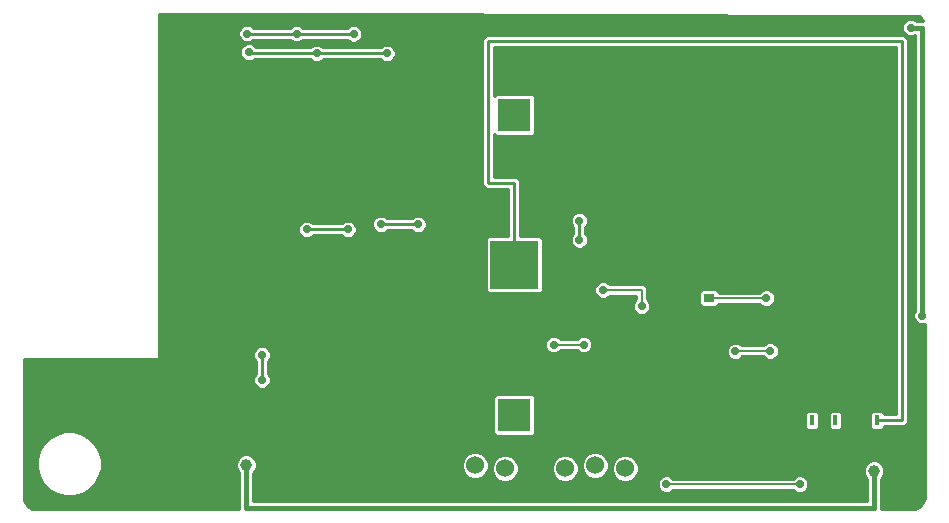
<source format=gbl>
G75*
%MOIN*%
%OFA0B0*%
%FSLAX25Y25*%
%IPPOS*%
%LPD*%
%AMOC8*
5,1,8,0,0,1.08239X$1,22.5*
%
%ADD10R,0.10950X0.10950*%
%ADD11R,0.16000X0.16000*%
%ADD12C,0.06000*%
%ADD13R,0.03543X0.02756*%
%ADD14R,0.01575X0.03543*%
%ADD15C,0.00700*%
%ADD16C,0.02800*%
%ADD17C,0.03962*%
%ADD18C,0.03569*%
%ADD19C,0.01000*%
%ADD20C,0.01600*%
D10*
X0168400Y0036300D03*
X0168400Y0136300D03*
D11*
X0168400Y0086300D03*
D12*
X0155300Y0019500D03*
X0165300Y0018500D03*
X0175300Y0019500D03*
X0185300Y0018500D03*
X0195300Y0019500D03*
X0205300Y0018500D03*
D13*
X0233400Y0080359D03*
X0233400Y0075241D03*
D14*
X0267573Y0034449D03*
X0275447Y0034449D03*
X0281353Y0034449D03*
X0289227Y0034449D03*
D15*
X0233400Y0075241D02*
X0249200Y0075141D01*
X0252400Y0075200D01*
X0263500Y0013200D02*
X0219100Y0013200D01*
X0191500Y0059700D02*
X0181500Y0059700D01*
X0253700Y0057600D02*
X0242100Y0057600D01*
X0242100Y0057500D01*
X0210800Y0072500D02*
X0210800Y0077900D01*
X0198000Y0077900D01*
D16*
X0252400Y0075200D03*
X0033900Y0038500D03*
X0063900Y0039000D03*
X0079100Y0039000D03*
X0119000Y0038300D03*
X0088700Y0038900D03*
X0054900Y0146500D03*
X0119200Y0120700D03*
X0244600Y0093100D03*
X0266500Y0099900D03*
X0074300Y0121900D03*
X0182300Y0094000D03*
X0201600Y0093900D03*
X0209500Y0148900D03*
X0260000Y0115300D03*
X0219400Y0118500D03*
X0231800Y0118500D03*
X0131300Y0067700D03*
X0171500Y0056900D03*
X0268600Y0130200D03*
X0212700Y0026100D03*
X0191500Y0043400D03*
X0294300Y0047500D03*
X0296000Y0020700D03*
X0247200Y0040900D03*
X0270300Y0060600D03*
X0232900Y0066300D03*
X0084300Y0056300D03*
X0084300Y0047900D03*
X0263500Y0013200D03*
X0219100Y0013200D03*
X0099200Y0098100D03*
X0112900Y0098100D03*
X0136300Y0099800D03*
X0123900Y0099800D03*
X0079900Y0157200D03*
X0126000Y0156759D03*
X0102500Y0156759D03*
X0079300Y0163400D03*
X0095800Y0163400D03*
X0114800Y0163300D03*
X0190100Y0094600D03*
X0190100Y0101000D03*
X0191500Y0059700D03*
X0181500Y0059700D03*
X0304300Y0069400D03*
X0300500Y0165400D03*
X0242100Y0057500D03*
X0253700Y0057600D03*
X0210800Y0072500D03*
X0198000Y0077900D03*
D17*
X0271500Y0042500D03*
X0155400Y0078100D03*
X0155800Y0063100D03*
X0156400Y0033000D03*
X0155800Y0048100D03*
X0288300Y0017600D03*
X0079100Y0019700D03*
D18*
X0177500Y0145900D03*
D19*
X0291781Y0016908D02*
X0291781Y0018292D01*
X0291251Y0019572D01*
X0290272Y0020551D01*
X0288992Y0021081D01*
X0287608Y0021081D01*
X0286328Y0020551D01*
X0285349Y0019572D01*
X0284819Y0018292D01*
X0284819Y0016908D01*
X0285349Y0015628D01*
X0286000Y0014977D01*
X0286000Y0007600D01*
X0081300Y0007600D01*
X0081300Y0016977D01*
X0082051Y0017728D01*
X0082581Y0019008D01*
X0082581Y0020392D01*
X0082051Y0021672D01*
X0081072Y0022651D01*
X0079792Y0023181D01*
X0078408Y0023181D01*
X0077128Y0022651D01*
X0076149Y0021672D01*
X0075619Y0020392D01*
X0075619Y0019008D01*
X0076149Y0017728D01*
X0076700Y0017177D01*
X0076700Y0004976D01*
X0007756Y0004999D01*
X0006652Y0005637D01*
X0005637Y0006652D01*
X0005000Y0007754D01*
X0005000Y0055000D01*
X0050000Y0055000D01*
X0050000Y0170000D01*
X0303275Y0169405D01*
X0303348Y0169363D01*
X0304363Y0168348D01*
X0304737Y0167701D01*
X0304198Y0167700D01*
X0302301Y0167700D01*
X0302143Y0167858D01*
X0301077Y0168300D01*
X0299923Y0168300D01*
X0298857Y0167858D01*
X0298041Y0167043D01*
X0297600Y0165977D01*
X0297600Y0164823D01*
X0298041Y0163757D01*
X0298857Y0162941D01*
X0299923Y0162500D01*
X0301077Y0162500D01*
X0301903Y0162842D01*
X0301998Y0071199D01*
X0301841Y0071043D01*
X0301400Y0069977D01*
X0301400Y0068823D01*
X0301841Y0067757D01*
X0302657Y0066941D01*
X0303723Y0066500D01*
X0304877Y0066500D01*
X0305413Y0066722D01*
X0305307Y0008737D01*
X0305081Y0007895D01*
X0304363Y0006652D01*
X0303348Y0005637D01*
X0302105Y0004919D01*
X0302039Y0004901D01*
X0290600Y0004905D01*
X0290600Y0014977D01*
X0291251Y0015628D01*
X0291781Y0016908D01*
X0213700Y0071923D02*
X0213700Y0073077D01*
X0213258Y0074143D01*
X0212650Y0074751D01*
X0212650Y0078666D01*
X0211566Y0079750D01*
X0200251Y0079750D01*
X0199643Y0080358D01*
X0198577Y0080800D01*
X0197423Y0080800D01*
X0196357Y0080358D01*
X0195541Y0079543D01*
X0195100Y0078477D01*
X0195100Y0077323D01*
X0195541Y0076257D01*
X0196357Y0075441D01*
X0197423Y0075000D01*
X0198577Y0075000D01*
X0199643Y0075441D01*
X0200251Y0076050D01*
X0208950Y0076050D01*
X0208950Y0074751D01*
X0208341Y0074143D01*
X0207900Y0073077D01*
X0207900Y0071923D01*
X0208341Y0070857D01*
X0209157Y0070041D01*
X0210223Y0069600D01*
X0211377Y0069600D01*
X0212443Y0070041D01*
X0213258Y0070857D01*
X0213700Y0071923D01*
X0256600Y0057023D02*
X0256600Y0058177D01*
X0256158Y0059243D01*
X0255343Y0060058D01*
X0254277Y0060500D01*
X0253123Y0060500D01*
X0252057Y0060058D01*
X0251449Y0059450D01*
X0244251Y0059450D01*
X0243743Y0059958D01*
X0242677Y0060400D01*
X0241523Y0060400D01*
X0240457Y0059958D01*
X0239641Y0059143D01*
X0239200Y0058077D01*
X0239200Y0056923D01*
X0239641Y0055857D01*
X0240457Y0055041D01*
X0241523Y0054600D01*
X0242677Y0054600D01*
X0243743Y0055041D01*
X0244451Y0055750D01*
X0251449Y0055750D01*
X0252057Y0055141D01*
X0253123Y0054700D01*
X0254277Y0054700D01*
X0255343Y0055141D01*
X0256158Y0055957D01*
X0256600Y0057023D01*
X0098001Y0165300D02*
X0097443Y0165858D01*
X0096377Y0166300D01*
X0095223Y0166300D01*
X0094157Y0165858D01*
X0093699Y0165400D01*
X0081401Y0165400D01*
X0080943Y0165858D01*
X0079877Y0166300D01*
X0078723Y0166300D01*
X0077657Y0165858D01*
X0076841Y0165043D01*
X0076400Y0163977D01*
X0076400Y0162823D01*
X0076841Y0161757D01*
X0077657Y0160941D01*
X0078723Y0160500D01*
X0079877Y0160500D01*
X0080943Y0160941D01*
X0081401Y0161400D01*
X0093699Y0161400D01*
X0094157Y0160941D01*
X0095223Y0160500D01*
X0096377Y0160500D01*
X0097443Y0160941D01*
X0097801Y0161300D01*
X0112699Y0161300D01*
X0113157Y0160841D01*
X0114223Y0160400D01*
X0115377Y0160400D01*
X0116443Y0160841D01*
X0117258Y0161657D01*
X0117700Y0162723D01*
X0117700Y0163877D01*
X0117258Y0164943D01*
X0116443Y0165758D01*
X0115377Y0166200D01*
X0114223Y0166200D01*
X0113157Y0165758D01*
X0112699Y0165300D01*
X0098001Y0165300D01*
X0086300Y0054199D02*
X0086758Y0054657D01*
X0087200Y0055723D01*
X0087200Y0056877D01*
X0086758Y0057943D01*
X0085943Y0058758D01*
X0084877Y0059200D01*
X0083723Y0059200D01*
X0082657Y0058758D01*
X0081841Y0057943D01*
X0081400Y0056877D01*
X0081400Y0055723D01*
X0081841Y0054657D01*
X0082300Y0054199D01*
X0082300Y0050001D01*
X0081841Y0049543D01*
X0081400Y0048477D01*
X0081400Y0047323D01*
X0081841Y0046257D01*
X0082657Y0045441D01*
X0083723Y0045000D01*
X0084877Y0045000D01*
X0085943Y0045441D01*
X0086758Y0046257D01*
X0087200Y0047323D01*
X0087200Y0048477D01*
X0086758Y0049543D01*
X0086300Y0050001D01*
X0086300Y0054199D01*
X0030799Y0018578D02*
X0030799Y0021422D01*
X0030063Y0024168D01*
X0028642Y0026631D01*
X0026631Y0028642D01*
X0024168Y0030063D01*
X0021422Y0030799D01*
X0018578Y0030799D01*
X0015832Y0030063D01*
X0013369Y0028642D01*
X0011358Y0026631D01*
X0009937Y0024168D01*
X0009201Y0021422D01*
X0009201Y0018578D01*
X0009937Y0015832D01*
X0011358Y0013369D01*
X0013369Y0011358D01*
X0015832Y0009937D01*
X0018578Y0009201D01*
X0021422Y0009201D01*
X0024168Y0009937D01*
X0026631Y0011358D01*
X0028642Y0013369D01*
X0030063Y0015832D01*
X0030799Y0018578D01*
X0174496Y0043275D02*
X0162304Y0043275D01*
X0161425Y0042396D01*
X0161425Y0030204D01*
X0162304Y0029325D01*
X0174496Y0029325D01*
X0175375Y0030204D01*
X0175375Y0042396D01*
X0174496Y0043275D01*
X0159800Y0018605D02*
X0159800Y0020395D01*
X0159115Y0022049D01*
X0157849Y0023315D01*
X0156195Y0024000D01*
X0154405Y0024000D01*
X0152751Y0023315D01*
X0151485Y0022049D01*
X0150800Y0020395D01*
X0150800Y0018605D01*
X0151485Y0016951D01*
X0152751Y0015685D01*
X0154405Y0015000D01*
X0156195Y0015000D01*
X0157849Y0015685D01*
X0159115Y0016951D01*
X0159800Y0018605D01*
X0169800Y0017605D02*
X0169800Y0019395D01*
X0169115Y0021049D01*
X0167849Y0022315D01*
X0166195Y0023000D01*
X0164405Y0023000D01*
X0162751Y0022315D01*
X0161485Y0021049D01*
X0160800Y0019395D01*
X0160800Y0017605D01*
X0161485Y0015951D01*
X0162751Y0014685D01*
X0164405Y0014000D01*
X0166195Y0014000D01*
X0167849Y0014685D01*
X0169115Y0015951D01*
X0169800Y0017605D01*
X0189800Y0017605D02*
X0189800Y0019395D01*
X0189115Y0021049D01*
X0187849Y0022315D01*
X0186195Y0023000D01*
X0184405Y0023000D01*
X0182751Y0022315D01*
X0181485Y0021049D01*
X0180800Y0019395D01*
X0180800Y0017605D01*
X0181485Y0015951D01*
X0182751Y0014685D01*
X0184405Y0014000D01*
X0186195Y0014000D01*
X0187849Y0014685D01*
X0189115Y0015951D01*
X0189800Y0017605D01*
X0199800Y0018605D02*
X0199800Y0020395D01*
X0199115Y0022049D01*
X0197849Y0023315D01*
X0196195Y0024000D01*
X0194405Y0024000D01*
X0192751Y0023315D01*
X0191485Y0022049D01*
X0190800Y0020395D01*
X0190800Y0018605D01*
X0191485Y0016951D01*
X0192751Y0015685D01*
X0194405Y0015000D01*
X0196195Y0015000D01*
X0197849Y0015685D01*
X0199115Y0016951D01*
X0199800Y0018605D01*
X0209800Y0017605D02*
X0209800Y0019395D01*
X0209115Y0021049D01*
X0207849Y0022315D01*
X0206195Y0023000D01*
X0204405Y0023000D01*
X0202751Y0022315D01*
X0201485Y0021049D01*
X0200800Y0019395D01*
X0200800Y0017605D01*
X0201485Y0015951D01*
X0202751Y0014685D01*
X0204405Y0014000D01*
X0206195Y0014000D01*
X0207849Y0014685D01*
X0209115Y0015951D01*
X0209800Y0017605D01*
X0231007Y0072363D02*
X0235793Y0072363D01*
X0236672Y0073242D01*
X0236672Y0073370D01*
X0248449Y0073296D01*
X0248468Y0073277D01*
X0249211Y0073291D01*
X0249955Y0073286D01*
X0249974Y0073305D01*
X0250190Y0073309D01*
X0250757Y0072741D01*
X0251823Y0072300D01*
X0252977Y0072300D01*
X0254043Y0072741D01*
X0254858Y0073557D01*
X0255300Y0074623D01*
X0255300Y0075777D01*
X0254858Y0076843D01*
X0254043Y0077658D01*
X0252977Y0078100D01*
X0251823Y0078100D01*
X0250757Y0077658D01*
X0250107Y0077008D01*
X0249189Y0076991D01*
X0236672Y0077070D01*
X0236672Y0077240D01*
X0235793Y0078119D01*
X0231007Y0078119D01*
X0230128Y0077240D01*
X0230128Y0073242D01*
X0231007Y0072363D01*
X0266164Y0031177D02*
X0268982Y0031177D01*
X0269861Y0032056D01*
X0269861Y0036842D01*
X0268982Y0037720D01*
X0266164Y0037720D01*
X0265286Y0036842D01*
X0265286Y0032056D01*
X0266164Y0031177D01*
X0274039Y0031177D02*
X0276856Y0031177D01*
X0277735Y0032056D01*
X0277735Y0036842D01*
X0276856Y0037720D01*
X0274039Y0037720D01*
X0273160Y0036842D01*
X0273160Y0032056D01*
X0274039Y0031177D01*
X0287818Y0031177D02*
X0290635Y0031177D01*
X0291514Y0032056D01*
X0291514Y0032449D01*
X0298428Y0032449D01*
X0299600Y0033620D01*
X0299600Y0161628D01*
X0298428Y0162800D01*
X0158872Y0162800D01*
X0157700Y0161628D01*
X0157700Y0112772D01*
X0158872Y0111600D01*
X0166400Y0111600D01*
X0166400Y0095800D01*
X0159779Y0095800D01*
X0158900Y0094921D01*
X0158900Y0077679D01*
X0159779Y0076800D01*
X0177021Y0076800D01*
X0177900Y0077679D01*
X0177900Y0094921D01*
X0177021Y0095800D01*
X0170400Y0095800D01*
X0170400Y0114428D01*
X0169228Y0115600D01*
X0161700Y0115600D01*
X0161700Y0129929D01*
X0162304Y0129325D01*
X0174496Y0129325D01*
X0175375Y0130204D01*
X0175375Y0142396D01*
X0174496Y0143275D01*
X0162304Y0143275D01*
X0161700Y0142671D01*
X0161700Y0158800D01*
X0295600Y0158800D01*
X0295600Y0036449D01*
X0291514Y0036449D01*
X0291514Y0036842D01*
X0290635Y0037720D01*
X0287818Y0037720D01*
X0286939Y0036842D01*
X0286939Y0032056D01*
X0287818Y0031177D01*
X0266400Y0012623D02*
X0266400Y0013777D01*
X0265958Y0014843D01*
X0265143Y0015658D01*
X0264077Y0016100D01*
X0262923Y0016100D01*
X0261857Y0015658D01*
X0261249Y0015050D01*
X0221351Y0015050D01*
X0220743Y0015658D01*
X0219677Y0016100D01*
X0218523Y0016100D01*
X0217457Y0015658D01*
X0216641Y0014843D01*
X0216200Y0013777D01*
X0216200Y0012623D01*
X0216641Y0011557D01*
X0217457Y0010741D01*
X0218523Y0010300D01*
X0219677Y0010300D01*
X0220743Y0010741D01*
X0221351Y0011350D01*
X0261249Y0011350D01*
X0261857Y0010741D01*
X0262923Y0010300D01*
X0264077Y0010300D01*
X0265143Y0010741D01*
X0265958Y0011557D01*
X0266400Y0012623D01*
X0101301Y0100100D02*
X0100843Y0100558D01*
X0099777Y0101000D01*
X0098623Y0101000D01*
X0097557Y0100558D01*
X0096741Y0099743D01*
X0096300Y0098677D01*
X0096300Y0097523D01*
X0096741Y0096457D01*
X0097557Y0095641D01*
X0098623Y0095200D01*
X0099777Y0095200D01*
X0100843Y0095641D01*
X0101301Y0096100D01*
X0110799Y0096100D01*
X0111257Y0095641D01*
X0112323Y0095200D01*
X0113477Y0095200D01*
X0114543Y0095641D01*
X0115358Y0096457D01*
X0115800Y0097523D01*
X0115800Y0098677D01*
X0115358Y0099743D01*
X0114543Y0100558D01*
X0113477Y0101000D01*
X0112323Y0101000D01*
X0111257Y0100558D01*
X0110799Y0100100D01*
X0101301Y0100100D01*
X0134199Y0097800D02*
X0134657Y0097341D01*
X0135723Y0096900D01*
X0136877Y0096900D01*
X0137943Y0097341D01*
X0138758Y0098157D01*
X0139200Y0099223D01*
X0139200Y0100377D01*
X0138758Y0101443D01*
X0137943Y0102258D01*
X0136877Y0102700D01*
X0135723Y0102700D01*
X0134657Y0102258D01*
X0134199Y0101800D01*
X0126001Y0101800D01*
X0125543Y0102258D01*
X0124477Y0102700D01*
X0123323Y0102700D01*
X0122257Y0102258D01*
X0121441Y0101443D01*
X0121000Y0100377D01*
X0121000Y0099223D01*
X0121441Y0098157D01*
X0122257Y0097341D01*
X0123323Y0096900D01*
X0124477Y0096900D01*
X0125543Y0097341D01*
X0126001Y0097800D01*
X0134199Y0097800D01*
X0123899Y0154759D02*
X0124357Y0154301D01*
X0125423Y0153859D01*
X0126577Y0153859D01*
X0127643Y0154301D01*
X0128458Y0155116D01*
X0128900Y0156182D01*
X0128900Y0157336D01*
X0128458Y0158402D01*
X0127643Y0159218D01*
X0126577Y0159659D01*
X0125423Y0159659D01*
X0124357Y0159218D01*
X0123899Y0158759D01*
X0104601Y0158759D01*
X0104143Y0159218D01*
X0103077Y0159659D01*
X0101923Y0159659D01*
X0100857Y0159218D01*
X0100399Y0158759D01*
X0082393Y0158759D01*
X0082358Y0158843D01*
X0081543Y0159658D01*
X0080477Y0160100D01*
X0079323Y0160100D01*
X0078257Y0159658D01*
X0077441Y0158843D01*
X0077000Y0157777D01*
X0077000Y0156623D01*
X0077441Y0155557D01*
X0078257Y0154741D01*
X0079323Y0154300D01*
X0080477Y0154300D01*
X0081543Y0154741D01*
X0081560Y0154759D01*
X0100399Y0154759D01*
X0100857Y0154301D01*
X0101923Y0153859D01*
X0103077Y0153859D01*
X0104143Y0154301D01*
X0104601Y0154759D01*
X0123899Y0154759D01*
X0188100Y0096701D02*
X0187641Y0096243D01*
X0187200Y0095177D01*
X0187200Y0094023D01*
X0187641Y0092957D01*
X0188457Y0092141D01*
X0189523Y0091700D01*
X0190677Y0091700D01*
X0191743Y0092141D01*
X0192558Y0092957D01*
X0193000Y0094023D01*
X0193000Y0095177D01*
X0192558Y0096243D01*
X0192100Y0096701D01*
X0192100Y0098899D01*
X0192558Y0099357D01*
X0193000Y0100423D01*
X0193000Y0101577D01*
X0192558Y0102643D01*
X0191743Y0103458D01*
X0190677Y0103900D01*
X0189523Y0103900D01*
X0188457Y0103458D01*
X0187641Y0102643D01*
X0187200Y0101577D01*
X0187200Y0100423D01*
X0187641Y0099357D01*
X0188100Y0098899D01*
X0188100Y0096701D01*
X0183143Y0062158D02*
X0182077Y0062600D01*
X0180923Y0062600D01*
X0179857Y0062158D01*
X0179041Y0061343D01*
X0178600Y0060277D01*
X0178600Y0059123D01*
X0179041Y0058057D01*
X0179857Y0057241D01*
X0180923Y0056800D01*
X0182077Y0056800D01*
X0183143Y0057241D01*
X0183751Y0057850D01*
X0189249Y0057850D01*
X0189857Y0057241D01*
X0190923Y0056800D01*
X0192077Y0056800D01*
X0193143Y0057241D01*
X0193958Y0058057D01*
X0194400Y0059123D01*
X0194400Y0060277D01*
X0193958Y0061343D01*
X0193143Y0062158D01*
X0192077Y0062600D01*
X0190923Y0062600D01*
X0189857Y0062158D01*
X0189249Y0061550D01*
X0183751Y0061550D01*
X0183143Y0062158D01*
X0076700Y0004993D02*
X0027338Y0004993D01*
X0290600Y0004993D02*
X0302233Y0004993D01*
X0076700Y0005991D02*
X0006297Y0005991D01*
X0290600Y0005991D02*
X0303703Y0005991D01*
X0076700Y0006990D02*
X0005442Y0006990D01*
X0290600Y0006990D02*
X0304558Y0006990D01*
X0076700Y0007988D02*
X0005000Y0007988D01*
X0081300Y0007988D02*
X0286000Y0007988D01*
X0290600Y0007988D02*
X0305106Y0007988D01*
X0076700Y0008987D02*
X0005000Y0008987D01*
X0081300Y0008987D02*
X0286000Y0008987D01*
X0290600Y0008987D02*
X0305307Y0008987D01*
X0015748Y0009985D02*
X0005000Y0009985D01*
X0024252Y0009985D02*
X0076700Y0009985D01*
X0081300Y0009985D02*
X0286000Y0009985D01*
X0290600Y0009985D02*
X0305309Y0009985D01*
X0014018Y0010984D02*
X0005000Y0010984D01*
X0025982Y0010984D02*
X0076700Y0010984D01*
X0081300Y0010984D02*
X0217215Y0010984D01*
X0220985Y0010984D02*
X0261615Y0010984D01*
X0265385Y0010984D02*
X0286000Y0010984D01*
X0290600Y0010984D02*
X0305311Y0010984D01*
X0012745Y0011982D02*
X0005000Y0011982D01*
X0027255Y0011982D02*
X0076700Y0011982D01*
X0081300Y0011982D02*
X0216466Y0011982D01*
X0266134Y0011982D02*
X0286000Y0011982D01*
X0290600Y0011982D02*
X0305313Y0011982D01*
X0011747Y0012981D02*
X0005000Y0012981D01*
X0028253Y0012981D02*
X0076700Y0012981D01*
X0081300Y0012981D02*
X0216200Y0012981D01*
X0266400Y0012981D02*
X0286000Y0012981D01*
X0290600Y0012981D02*
X0305315Y0012981D01*
X0011006Y0013979D02*
X0005000Y0013979D01*
X0028994Y0013979D02*
X0076700Y0013979D01*
X0081300Y0013979D02*
X0216284Y0013979D01*
X0266316Y0013979D02*
X0286000Y0013979D01*
X0290600Y0013979D02*
X0305317Y0013979D01*
X0010430Y0014978D02*
X0005000Y0014978D01*
X0029570Y0014978D02*
X0076700Y0014978D01*
X0081300Y0014978D02*
X0162458Y0014978D01*
X0168142Y0014978D02*
X0182458Y0014978D01*
X0188142Y0014978D02*
X0202458Y0014978D01*
X0208142Y0014978D02*
X0216776Y0014978D01*
X0265824Y0014978D02*
X0285999Y0014978D01*
X0290601Y0014978D02*
X0305318Y0014978D01*
X0009898Y0015976D02*
X0005000Y0015976D01*
X0030102Y0015976D02*
X0076700Y0015976D01*
X0081300Y0015976D02*
X0152460Y0015976D01*
X0158140Y0015976D02*
X0161475Y0015976D01*
X0169125Y0015976D02*
X0181475Y0015976D01*
X0189125Y0015976D02*
X0192460Y0015976D01*
X0198140Y0015976D02*
X0201475Y0015976D01*
X0209125Y0015976D02*
X0218224Y0015976D01*
X0219976Y0015976D02*
X0262624Y0015976D01*
X0264376Y0015976D02*
X0285205Y0015976D01*
X0291395Y0015976D02*
X0305320Y0015976D01*
X0009630Y0016975D02*
X0005000Y0016975D01*
X0030370Y0016975D02*
X0076700Y0016975D01*
X0081300Y0016975D02*
X0151475Y0016975D01*
X0159125Y0016975D02*
X0161061Y0016975D01*
X0169539Y0016975D02*
X0181061Y0016975D01*
X0189539Y0016975D02*
X0191475Y0016975D01*
X0199125Y0016975D02*
X0201061Y0016975D01*
X0209539Y0016975D02*
X0284819Y0016975D01*
X0291781Y0016975D02*
X0305322Y0016975D01*
X0009363Y0017973D02*
X0005000Y0017973D01*
X0030637Y0017973D02*
X0076047Y0017973D01*
X0082153Y0017973D02*
X0151062Y0017973D01*
X0159538Y0017973D02*
X0160800Y0017973D01*
X0169800Y0017973D02*
X0180800Y0017973D01*
X0189800Y0017973D02*
X0191062Y0017973D01*
X0199538Y0017973D02*
X0200800Y0017973D01*
X0209800Y0017973D02*
X0284819Y0017973D01*
X0291781Y0017973D02*
X0305324Y0017973D01*
X0009201Y0018972D02*
X0005000Y0018972D01*
X0030799Y0018972D02*
X0075634Y0018972D01*
X0082566Y0018972D02*
X0150800Y0018972D01*
X0159800Y0018972D02*
X0160800Y0018972D01*
X0169800Y0018972D02*
X0180800Y0018972D01*
X0189800Y0018972D02*
X0190800Y0018972D01*
X0199800Y0018972D02*
X0200800Y0018972D01*
X0209800Y0018972D02*
X0285100Y0018972D01*
X0291500Y0018972D02*
X0305326Y0018972D01*
X0009201Y0019970D02*
X0005000Y0019970D01*
X0030799Y0019970D02*
X0075619Y0019970D01*
X0082581Y0019970D02*
X0150800Y0019970D01*
X0159800Y0019970D02*
X0161038Y0019970D01*
X0169562Y0019970D02*
X0181038Y0019970D01*
X0189562Y0019970D02*
X0190800Y0019970D01*
X0199800Y0019970D02*
X0201038Y0019970D01*
X0209562Y0019970D02*
X0285747Y0019970D01*
X0290853Y0019970D02*
X0305327Y0019970D01*
X0009201Y0020969D02*
X0005000Y0020969D01*
X0030799Y0020969D02*
X0075858Y0020969D01*
X0082342Y0020969D02*
X0151038Y0020969D01*
X0159562Y0020969D02*
X0161452Y0020969D01*
X0169148Y0020969D02*
X0181452Y0020969D01*
X0189148Y0020969D02*
X0191038Y0020969D01*
X0199562Y0020969D02*
X0201452Y0020969D01*
X0209148Y0020969D02*
X0287336Y0020969D01*
X0289264Y0020969D02*
X0305329Y0020969D01*
X0009347Y0021967D02*
X0005000Y0021967D01*
X0030653Y0021967D02*
X0076444Y0021967D01*
X0081756Y0021967D02*
X0151451Y0021967D01*
X0159149Y0021967D02*
X0162403Y0021967D01*
X0168197Y0021967D02*
X0182403Y0021967D01*
X0188197Y0021967D02*
X0191451Y0021967D01*
X0199149Y0021967D02*
X0202403Y0021967D01*
X0208197Y0021967D02*
X0305331Y0021967D01*
X0009615Y0022966D02*
X0005000Y0022966D01*
X0030385Y0022966D02*
X0077888Y0022966D01*
X0080312Y0022966D02*
X0152402Y0022966D01*
X0158198Y0022966D02*
X0164322Y0022966D01*
X0166278Y0022966D02*
X0184322Y0022966D01*
X0186278Y0022966D02*
X0192402Y0022966D01*
X0198198Y0022966D02*
X0204322Y0022966D01*
X0206278Y0022966D02*
X0305333Y0022966D01*
X0009882Y0023964D02*
X0005000Y0023964D01*
X0030118Y0023964D02*
X0154319Y0023964D01*
X0156281Y0023964D02*
X0194319Y0023964D01*
X0196281Y0023964D02*
X0305335Y0023964D01*
X0010395Y0024963D02*
X0005000Y0024963D01*
X0029605Y0024963D02*
X0305337Y0024963D01*
X0010972Y0025961D02*
X0005000Y0025961D01*
X0029028Y0025961D02*
X0305338Y0025961D01*
X0011687Y0026960D02*
X0005000Y0026960D01*
X0028313Y0026960D02*
X0305340Y0026960D01*
X0012686Y0027958D02*
X0005000Y0027958D01*
X0027314Y0027958D02*
X0305342Y0027958D01*
X0013915Y0028957D02*
X0005000Y0028957D01*
X0026085Y0028957D02*
X0305344Y0028957D01*
X0015645Y0029955D02*
X0005000Y0029955D01*
X0024355Y0029955D02*
X0161673Y0029955D01*
X0175127Y0029955D02*
X0305346Y0029955D01*
X0161425Y0030954D02*
X0005000Y0030954D01*
X0175375Y0030954D02*
X0305348Y0030954D01*
X0161425Y0031952D02*
X0005000Y0031952D01*
X0175375Y0031952D02*
X0265389Y0031952D01*
X0269757Y0031952D02*
X0273263Y0031952D01*
X0277631Y0031952D02*
X0287043Y0031952D01*
X0291411Y0031952D02*
X0305349Y0031952D01*
X0161425Y0032951D02*
X0005000Y0032951D01*
X0175375Y0032951D02*
X0265286Y0032951D01*
X0269861Y0032951D02*
X0273160Y0032951D01*
X0277735Y0032951D02*
X0286939Y0032951D01*
X0298930Y0032951D02*
X0305351Y0032951D01*
X0161425Y0033949D02*
X0005000Y0033949D01*
X0175375Y0033949D02*
X0265286Y0033949D01*
X0269861Y0033949D02*
X0273160Y0033949D01*
X0277735Y0033949D02*
X0286939Y0033949D01*
X0299600Y0033949D02*
X0305353Y0033949D01*
X0161425Y0034948D02*
X0005000Y0034948D01*
X0175375Y0034948D02*
X0265286Y0034948D01*
X0269861Y0034948D02*
X0273160Y0034948D01*
X0277735Y0034948D02*
X0286939Y0034948D01*
X0299600Y0034948D02*
X0305355Y0034948D01*
X0161425Y0035946D02*
X0005000Y0035946D01*
X0175375Y0035946D02*
X0265286Y0035946D01*
X0269861Y0035946D02*
X0273160Y0035946D01*
X0277735Y0035946D02*
X0286939Y0035946D01*
X0299600Y0035946D02*
X0305357Y0035946D01*
X0161425Y0036945D02*
X0005000Y0036945D01*
X0175375Y0036945D02*
X0265389Y0036945D01*
X0269757Y0036945D02*
X0273263Y0036945D01*
X0277632Y0036945D02*
X0287042Y0036945D01*
X0291411Y0036945D02*
X0295600Y0036945D01*
X0299600Y0036945D02*
X0305358Y0036945D01*
X0161425Y0037943D02*
X0005000Y0037943D01*
X0175375Y0037943D02*
X0295600Y0037943D01*
X0299600Y0037943D02*
X0305360Y0037943D01*
X0161425Y0038942D02*
X0005000Y0038942D01*
X0175375Y0038942D02*
X0295600Y0038942D01*
X0299600Y0038942D02*
X0305362Y0038942D01*
X0161425Y0039940D02*
X0005000Y0039940D01*
X0175375Y0039940D02*
X0295600Y0039940D01*
X0299600Y0039940D02*
X0305364Y0039940D01*
X0161425Y0040939D02*
X0005000Y0040939D01*
X0175375Y0040939D02*
X0295600Y0040939D01*
X0299600Y0040939D02*
X0305366Y0040939D01*
X0161425Y0041937D02*
X0005000Y0041937D01*
X0175375Y0041937D02*
X0295600Y0041937D01*
X0299600Y0041937D02*
X0305368Y0041937D01*
X0161965Y0042936D02*
X0005000Y0042936D01*
X0174835Y0042936D02*
X0295600Y0042936D01*
X0299600Y0042936D02*
X0305369Y0042936D01*
X0295600Y0043934D02*
X0005000Y0043934D01*
X0299600Y0043934D02*
X0305371Y0043934D01*
X0295600Y0044933D02*
X0005000Y0044933D01*
X0299600Y0044933D02*
X0305373Y0044933D01*
X0082167Y0045932D02*
X0005000Y0045932D01*
X0086433Y0045932D02*
X0295600Y0045932D01*
X0299600Y0045932D02*
X0305375Y0045932D01*
X0081563Y0046930D02*
X0005000Y0046930D01*
X0087037Y0046930D02*
X0295600Y0046930D01*
X0299600Y0046930D02*
X0305377Y0046930D01*
X0081400Y0047929D02*
X0005000Y0047929D01*
X0087200Y0047929D02*
X0295600Y0047929D01*
X0299600Y0047929D02*
X0305378Y0047929D01*
X0081586Y0048927D02*
X0005000Y0048927D01*
X0087014Y0048927D02*
X0295600Y0048927D01*
X0299600Y0048927D02*
X0305380Y0048927D01*
X0082224Y0049926D02*
X0005000Y0049926D01*
X0086376Y0049926D02*
X0295600Y0049926D01*
X0299600Y0049926D02*
X0305382Y0049926D01*
X0082300Y0050924D02*
X0005000Y0050924D01*
X0086300Y0050924D02*
X0295600Y0050924D01*
X0299600Y0050924D02*
X0305384Y0050924D01*
X0082300Y0051923D02*
X0005000Y0051923D01*
X0086300Y0051923D02*
X0295600Y0051923D01*
X0299600Y0051923D02*
X0305386Y0051923D01*
X0082300Y0052921D02*
X0005000Y0052921D01*
X0086300Y0052921D02*
X0295600Y0052921D01*
X0299600Y0052921D02*
X0305388Y0052921D01*
X0082300Y0053920D02*
X0005000Y0053920D01*
X0086300Y0053920D02*
X0295600Y0053920D01*
X0299600Y0053920D02*
X0305389Y0053920D01*
X0081733Y0054918D02*
X0005000Y0054918D01*
X0086867Y0054918D02*
X0240755Y0054918D01*
X0243445Y0054918D02*
X0252597Y0054918D01*
X0254803Y0054918D02*
X0295600Y0054918D01*
X0299600Y0054918D02*
X0305391Y0054918D01*
X0081400Y0055917D02*
X0050000Y0055917D01*
X0087200Y0055917D02*
X0239617Y0055917D01*
X0256118Y0055917D02*
X0295600Y0055917D01*
X0299600Y0055917D02*
X0305393Y0055917D01*
X0081416Y0056915D02*
X0050000Y0056915D01*
X0087184Y0056915D02*
X0180645Y0056915D01*
X0182355Y0056915D02*
X0190645Y0056915D01*
X0192355Y0056915D02*
X0239203Y0056915D01*
X0256555Y0056915D02*
X0295600Y0056915D01*
X0299600Y0056915D02*
X0305395Y0056915D01*
X0081829Y0057914D02*
X0050000Y0057914D01*
X0086771Y0057914D02*
X0179185Y0057914D01*
X0193815Y0057914D02*
X0239200Y0057914D01*
X0256600Y0057914D02*
X0295600Y0057914D01*
X0299600Y0057914D02*
X0305397Y0057914D01*
X0083028Y0058912D02*
X0050000Y0058912D01*
X0085572Y0058912D02*
X0178687Y0058912D01*
X0194313Y0058912D02*
X0239546Y0058912D01*
X0256295Y0058912D02*
X0295600Y0058912D01*
X0299600Y0058912D02*
X0305398Y0058912D01*
X0178600Y0059911D02*
X0050000Y0059911D01*
X0194400Y0059911D02*
X0240409Y0059911D01*
X0243791Y0059911D02*
X0251909Y0059911D01*
X0255491Y0059911D02*
X0295600Y0059911D01*
X0299600Y0059911D02*
X0305400Y0059911D01*
X0178862Y0060909D02*
X0050000Y0060909D01*
X0194138Y0060909D02*
X0295600Y0060909D01*
X0299600Y0060909D02*
X0305402Y0060909D01*
X0179606Y0061908D02*
X0050000Y0061908D01*
X0183394Y0061908D02*
X0189606Y0061908D01*
X0193394Y0061908D02*
X0295600Y0061908D01*
X0299600Y0061908D02*
X0305404Y0061908D01*
X0295600Y0062906D02*
X0050000Y0062906D01*
X0299600Y0062906D02*
X0305406Y0062906D01*
X0295600Y0063905D02*
X0050000Y0063905D01*
X0299600Y0063905D02*
X0305408Y0063905D01*
X0295600Y0064903D02*
X0050000Y0064903D01*
X0299600Y0064903D02*
X0305409Y0064903D01*
X0295600Y0065902D02*
X0050000Y0065902D01*
X0299600Y0065902D02*
X0305411Y0065902D01*
X0295600Y0066900D02*
X0050000Y0066900D01*
X0299600Y0066900D02*
X0302757Y0066900D01*
X0295600Y0067899D02*
X0050000Y0067899D01*
X0299600Y0067899D02*
X0301783Y0067899D01*
X0295600Y0068897D02*
X0050000Y0068897D01*
X0299600Y0068897D02*
X0301400Y0068897D01*
X0209509Y0069896D02*
X0050000Y0069896D01*
X0212091Y0069896D02*
X0295600Y0069896D01*
X0299600Y0069896D02*
X0301400Y0069896D01*
X0208326Y0070894D02*
X0050000Y0070894D01*
X0213274Y0070894D02*
X0295600Y0070894D01*
X0299600Y0070894D02*
X0301780Y0070894D01*
X0207913Y0071893D02*
X0050000Y0071893D01*
X0213687Y0071893D02*
X0295600Y0071893D01*
X0299600Y0071893D02*
X0301997Y0071893D01*
X0207900Y0072891D02*
X0050000Y0072891D01*
X0213700Y0072891D02*
X0230479Y0072891D01*
X0236321Y0072891D02*
X0250607Y0072891D01*
X0254193Y0072891D02*
X0295600Y0072891D01*
X0299600Y0072891D02*
X0301996Y0072891D01*
X0208237Y0073890D02*
X0050000Y0073890D01*
X0213363Y0073890D02*
X0230128Y0073890D01*
X0254996Y0073890D02*
X0295600Y0073890D01*
X0299600Y0073890D02*
X0301995Y0073890D01*
X0208950Y0074888D02*
X0050000Y0074888D01*
X0212650Y0074888D02*
X0230128Y0074888D01*
X0255300Y0074888D02*
X0295600Y0074888D01*
X0299600Y0074888D02*
X0301994Y0074888D01*
X0195912Y0075887D02*
X0050000Y0075887D01*
X0200088Y0075887D02*
X0208950Y0075887D01*
X0212650Y0075887D02*
X0230128Y0075887D01*
X0255254Y0075887D02*
X0295600Y0075887D01*
X0299600Y0075887D02*
X0301993Y0075887D01*
X0159693Y0076885D02*
X0050000Y0076885D01*
X0177107Y0076885D02*
X0195281Y0076885D01*
X0212650Y0076885D02*
X0230128Y0076885D01*
X0254816Y0076885D02*
X0295600Y0076885D01*
X0299600Y0076885D02*
X0301992Y0076885D01*
X0158900Y0077884D02*
X0050000Y0077884D01*
X0177900Y0077884D02*
X0195100Y0077884D01*
X0212650Y0077884D02*
X0230772Y0077884D01*
X0236028Y0077884D02*
X0251301Y0077884D01*
X0253499Y0077884D02*
X0295600Y0077884D01*
X0299600Y0077884D02*
X0301991Y0077884D01*
X0158900Y0078882D02*
X0050000Y0078882D01*
X0177900Y0078882D02*
X0195268Y0078882D01*
X0212434Y0078882D02*
X0295600Y0078882D01*
X0299600Y0078882D02*
X0301990Y0078882D01*
X0158900Y0079881D02*
X0050000Y0079881D01*
X0177900Y0079881D02*
X0195880Y0079881D01*
X0200120Y0079881D02*
X0295600Y0079881D01*
X0299600Y0079881D02*
X0301989Y0079881D01*
X0158900Y0080879D02*
X0050000Y0080879D01*
X0177900Y0080879D02*
X0295600Y0080879D01*
X0299600Y0080879D02*
X0301988Y0080879D01*
X0158900Y0081878D02*
X0050000Y0081878D01*
X0177900Y0081878D02*
X0295600Y0081878D01*
X0299600Y0081878D02*
X0301987Y0081878D01*
X0158900Y0082876D02*
X0050000Y0082876D01*
X0177900Y0082876D02*
X0295600Y0082876D01*
X0299600Y0082876D02*
X0301986Y0082876D01*
X0158900Y0083875D02*
X0050000Y0083875D01*
X0177900Y0083875D02*
X0295600Y0083875D01*
X0299600Y0083875D02*
X0301985Y0083875D01*
X0158900Y0084873D02*
X0050000Y0084873D01*
X0177900Y0084873D02*
X0295600Y0084873D01*
X0299600Y0084873D02*
X0301984Y0084873D01*
X0158900Y0085872D02*
X0050000Y0085872D01*
X0177900Y0085872D02*
X0295600Y0085872D01*
X0299600Y0085872D02*
X0301983Y0085872D01*
X0158900Y0086870D02*
X0050000Y0086870D01*
X0177900Y0086870D02*
X0295600Y0086870D01*
X0299600Y0086870D02*
X0301982Y0086870D01*
X0158900Y0087869D02*
X0050000Y0087869D01*
X0177900Y0087869D02*
X0295600Y0087869D01*
X0299600Y0087869D02*
X0301981Y0087869D01*
X0158900Y0088868D02*
X0050000Y0088868D01*
X0177900Y0088868D02*
X0295600Y0088868D01*
X0299600Y0088868D02*
X0301980Y0088868D01*
X0158900Y0089866D02*
X0050000Y0089866D01*
X0177900Y0089866D02*
X0295600Y0089866D01*
X0299600Y0089866D02*
X0301979Y0089866D01*
X0158900Y0090865D02*
X0050000Y0090865D01*
X0177900Y0090865D02*
X0295600Y0090865D01*
X0299600Y0090865D02*
X0301978Y0090865D01*
X0158900Y0091863D02*
X0050000Y0091863D01*
X0177900Y0091863D02*
X0189130Y0091863D01*
X0191070Y0091863D02*
X0295600Y0091863D01*
X0299600Y0091863D02*
X0301977Y0091863D01*
X0158900Y0092862D02*
X0050000Y0092862D01*
X0177900Y0092862D02*
X0187737Y0092862D01*
X0192463Y0092862D02*
X0295600Y0092862D01*
X0299600Y0092862D02*
X0301976Y0092862D01*
X0158900Y0093860D02*
X0050000Y0093860D01*
X0177900Y0093860D02*
X0187268Y0093860D01*
X0192932Y0093860D02*
X0295600Y0093860D01*
X0299600Y0093860D02*
X0301975Y0093860D01*
X0158900Y0094859D02*
X0050000Y0094859D01*
X0177900Y0094859D02*
X0187200Y0094859D01*
X0193000Y0094859D02*
X0295600Y0094859D01*
X0299600Y0094859D02*
X0301973Y0094859D01*
X0097342Y0095857D02*
X0050000Y0095857D01*
X0101058Y0095857D02*
X0111042Y0095857D01*
X0114758Y0095857D02*
X0166400Y0095857D01*
X0170400Y0095857D02*
X0187482Y0095857D01*
X0192718Y0095857D02*
X0295600Y0095857D01*
X0299600Y0095857D02*
X0301972Y0095857D01*
X0096577Y0096856D02*
X0050000Y0096856D01*
X0115523Y0096856D02*
X0166400Y0096856D01*
X0170400Y0096856D02*
X0188100Y0096856D01*
X0192100Y0096856D02*
X0295600Y0096856D01*
X0299600Y0096856D02*
X0301971Y0096856D01*
X0096300Y0097854D02*
X0050000Y0097854D01*
X0115800Y0097854D02*
X0121745Y0097854D01*
X0138455Y0097854D02*
X0166400Y0097854D01*
X0170400Y0097854D02*
X0188100Y0097854D01*
X0192100Y0097854D02*
X0295600Y0097854D01*
X0299600Y0097854D02*
X0301970Y0097854D01*
X0096373Y0098853D02*
X0050000Y0098853D01*
X0115727Y0098853D02*
X0121153Y0098853D01*
X0139047Y0098853D02*
X0166400Y0098853D01*
X0170400Y0098853D02*
X0188100Y0098853D01*
X0192100Y0098853D02*
X0295600Y0098853D01*
X0299600Y0098853D02*
X0301969Y0098853D01*
X0096850Y0099851D02*
X0050000Y0099851D01*
X0115250Y0099851D02*
X0121000Y0099851D01*
X0139200Y0099851D02*
X0166400Y0099851D01*
X0170400Y0099851D02*
X0187437Y0099851D01*
X0192763Y0099851D02*
X0295600Y0099851D01*
X0299600Y0099851D02*
X0301968Y0099851D01*
X0098260Y0100850D02*
X0050000Y0100850D01*
X0100140Y0100850D02*
X0111960Y0100850D01*
X0113840Y0100850D02*
X0121196Y0100850D01*
X0139004Y0100850D02*
X0166400Y0100850D01*
X0170400Y0100850D02*
X0187200Y0100850D01*
X0193000Y0100850D02*
X0295600Y0100850D01*
X0299600Y0100850D02*
X0301967Y0100850D01*
X0121847Y0101848D02*
X0050000Y0101848D01*
X0125953Y0101848D02*
X0134247Y0101848D01*
X0138353Y0101848D02*
X0166400Y0101848D01*
X0170400Y0101848D02*
X0187312Y0101848D01*
X0192888Y0101848D02*
X0295600Y0101848D01*
X0299600Y0101848D02*
X0301966Y0101848D01*
X0166400Y0102847D02*
X0050000Y0102847D01*
X0170400Y0102847D02*
X0187845Y0102847D01*
X0192355Y0102847D02*
X0295600Y0102847D01*
X0299600Y0102847D02*
X0301965Y0102847D01*
X0166400Y0103845D02*
X0050000Y0103845D01*
X0170400Y0103845D02*
X0189391Y0103845D01*
X0190809Y0103845D02*
X0295600Y0103845D01*
X0299600Y0103845D02*
X0301964Y0103845D01*
X0166400Y0104844D02*
X0050000Y0104844D01*
X0170400Y0104844D02*
X0295600Y0104844D01*
X0299600Y0104844D02*
X0301963Y0104844D01*
X0166400Y0105842D02*
X0050000Y0105842D01*
X0170400Y0105842D02*
X0295600Y0105842D01*
X0299600Y0105842D02*
X0301962Y0105842D01*
X0166400Y0106841D02*
X0050000Y0106841D01*
X0170400Y0106841D02*
X0295600Y0106841D01*
X0299600Y0106841D02*
X0301961Y0106841D01*
X0166400Y0107839D02*
X0050000Y0107839D01*
X0170400Y0107839D02*
X0295600Y0107839D01*
X0299600Y0107839D02*
X0301960Y0107839D01*
X0166400Y0108838D02*
X0050000Y0108838D01*
X0170400Y0108838D02*
X0295600Y0108838D01*
X0299600Y0108838D02*
X0301959Y0108838D01*
X0166400Y0109836D02*
X0050000Y0109836D01*
X0170400Y0109836D02*
X0295600Y0109836D01*
X0299600Y0109836D02*
X0301958Y0109836D01*
X0166400Y0110835D02*
X0050000Y0110835D01*
X0170400Y0110835D02*
X0295600Y0110835D01*
X0299600Y0110835D02*
X0301957Y0110835D01*
X0158638Y0111833D02*
X0050000Y0111833D01*
X0170400Y0111833D02*
X0295600Y0111833D01*
X0299600Y0111833D02*
X0301956Y0111833D01*
X0157700Y0112832D02*
X0050000Y0112832D01*
X0170400Y0112832D02*
X0295600Y0112832D01*
X0299600Y0112832D02*
X0301955Y0112832D01*
X0157700Y0113830D02*
X0050000Y0113830D01*
X0170400Y0113830D02*
X0295600Y0113830D01*
X0299600Y0113830D02*
X0301954Y0113830D01*
X0157700Y0114829D02*
X0050000Y0114829D01*
X0170000Y0114829D02*
X0295600Y0114829D01*
X0299600Y0114829D02*
X0301953Y0114829D01*
X0157700Y0115827D02*
X0050000Y0115827D01*
X0161700Y0115827D02*
X0295600Y0115827D01*
X0299600Y0115827D02*
X0301952Y0115827D01*
X0157700Y0116826D02*
X0050000Y0116826D01*
X0161700Y0116826D02*
X0295600Y0116826D01*
X0299600Y0116826D02*
X0301951Y0116826D01*
X0157700Y0117824D02*
X0050000Y0117824D01*
X0161700Y0117824D02*
X0295600Y0117824D01*
X0299600Y0117824D02*
X0301950Y0117824D01*
X0157700Y0118823D02*
X0050000Y0118823D01*
X0161700Y0118823D02*
X0295600Y0118823D01*
X0299600Y0118823D02*
X0301949Y0118823D01*
X0157700Y0119821D02*
X0050000Y0119821D01*
X0161700Y0119821D02*
X0295600Y0119821D01*
X0299600Y0119821D02*
X0301947Y0119821D01*
X0157700Y0120820D02*
X0050000Y0120820D01*
X0161700Y0120820D02*
X0295600Y0120820D01*
X0299600Y0120820D02*
X0301946Y0120820D01*
X0157700Y0121818D02*
X0050000Y0121818D01*
X0161700Y0121818D02*
X0295600Y0121818D01*
X0299600Y0121818D02*
X0301945Y0121818D01*
X0157700Y0122817D02*
X0050000Y0122817D01*
X0161700Y0122817D02*
X0295600Y0122817D01*
X0299600Y0122817D02*
X0301944Y0122817D01*
X0157700Y0123815D02*
X0050000Y0123815D01*
X0161700Y0123815D02*
X0295600Y0123815D01*
X0299600Y0123815D02*
X0301943Y0123815D01*
X0157700Y0124814D02*
X0050000Y0124814D01*
X0161700Y0124814D02*
X0295600Y0124814D01*
X0299600Y0124814D02*
X0301942Y0124814D01*
X0157700Y0125812D02*
X0050000Y0125812D01*
X0161700Y0125812D02*
X0295600Y0125812D01*
X0299600Y0125812D02*
X0301941Y0125812D01*
X0157700Y0126811D02*
X0050000Y0126811D01*
X0161700Y0126811D02*
X0295600Y0126811D01*
X0299600Y0126811D02*
X0301940Y0126811D01*
X0157700Y0127809D02*
X0050000Y0127809D01*
X0161700Y0127809D02*
X0295600Y0127809D01*
X0299600Y0127809D02*
X0301939Y0127809D01*
X0157700Y0128808D02*
X0050000Y0128808D01*
X0161700Y0128808D02*
X0295600Y0128808D01*
X0299600Y0128808D02*
X0301938Y0128808D01*
X0157700Y0129806D02*
X0050000Y0129806D01*
X0161700Y0129806D02*
X0161822Y0129806D01*
X0174978Y0129806D02*
X0295600Y0129806D01*
X0299600Y0129806D02*
X0301937Y0129806D01*
X0157700Y0130805D02*
X0050000Y0130805D01*
X0175375Y0130805D02*
X0295600Y0130805D01*
X0299600Y0130805D02*
X0301936Y0130805D01*
X0157700Y0131803D02*
X0050000Y0131803D01*
X0175375Y0131803D02*
X0295600Y0131803D01*
X0299600Y0131803D02*
X0301935Y0131803D01*
X0157700Y0132802D02*
X0050000Y0132802D01*
X0175375Y0132802D02*
X0295600Y0132802D01*
X0299600Y0132802D02*
X0301934Y0132802D01*
X0157700Y0133801D02*
X0050000Y0133801D01*
X0175375Y0133801D02*
X0295600Y0133801D01*
X0299600Y0133801D02*
X0301933Y0133801D01*
X0157700Y0134799D02*
X0050000Y0134799D01*
X0175375Y0134799D02*
X0295600Y0134799D01*
X0299600Y0134799D02*
X0301932Y0134799D01*
X0157700Y0135798D02*
X0050000Y0135798D01*
X0175375Y0135798D02*
X0295600Y0135798D01*
X0299600Y0135798D02*
X0301931Y0135798D01*
X0157700Y0136796D02*
X0050000Y0136796D01*
X0175375Y0136796D02*
X0295600Y0136796D01*
X0299600Y0136796D02*
X0301930Y0136796D01*
X0157700Y0137795D02*
X0050000Y0137795D01*
X0175375Y0137795D02*
X0295600Y0137795D01*
X0299600Y0137795D02*
X0301929Y0137795D01*
X0157700Y0138793D02*
X0050000Y0138793D01*
X0175375Y0138793D02*
X0295600Y0138793D01*
X0299600Y0138793D02*
X0301928Y0138793D01*
X0157700Y0139792D02*
X0050000Y0139792D01*
X0175375Y0139792D02*
X0295600Y0139792D01*
X0299600Y0139792D02*
X0301927Y0139792D01*
X0157700Y0140790D02*
X0050000Y0140790D01*
X0175375Y0140790D02*
X0295600Y0140790D01*
X0299600Y0140790D02*
X0301926Y0140790D01*
X0157700Y0141789D02*
X0050000Y0141789D01*
X0175375Y0141789D02*
X0295600Y0141789D01*
X0299600Y0141789D02*
X0301925Y0141789D01*
X0157700Y0142787D02*
X0050000Y0142787D01*
X0161700Y0142787D02*
X0161816Y0142787D01*
X0174984Y0142787D02*
X0295600Y0142787D01*
X0299600Y0142787D02*
X0301924Y0142787D01*
X0157700Y0143786D02*
X0050000Y0143786D01*
X0161700Y0143786D02*
X0295600Y0143786D01*
X0299600Y0143786D02*
X0301923Y0143786D01*
X0157700Y0144784D02*
X0050000Y0144784D01*
X0161700Y0144784D02*
X0295600Y0144784D01*
X0299600Y0144784D02*
X0301921Y0144784D01*
X0157700Y0145783D02*
X0050000Y0145783D01*
X0161700Y0145783D02*
X0295600Y0145783D01*
X0299600Y0145783D02*
X0301920Y0145783D01*
X0157700Y0146781D02*
X0050000Y0146781D01*
X0161700Y0146781D02*
X0295600Y0146781D01*
X0299600Y0146781D02*
X0301919Y0146781D01*
X0157700Y0147780D02*
X0050000Y0147780D01*
X0161700Y0147780D02*
X0295600Y0147780D01*
X0299600Y0147780D02*
X0301918Y0147780D01*
X0157700Y0148778D02*
X0050000Y0148778D01*
X0161700Y0148778D02*
X0295600Y0148778D01*
X0299600Y0148778D02*
X0301917Y0148778D01*
X0157700Y0149777D02*
X0050000Y0149777D01*
X0161700Y0149777D02*
X0295600Y0149777D01*
X0299600Y0149777D02*
X0301916Y0149777D01*
X0157700Y0150775D02*
X0050000Y0150775D01*
X0161700Y0150775D02*
X0295600Y0150775D01*
X0299600Y0150775D02*
X0301915Y0150775D01*
X0157700Y0151774D02*
X0050000Y0151774D01*
X0161700Y0151774D02*
X0295600Y0151774D01*
X0299600Y0151774D02*
X0301914Y0151774D01*
X0157700Y0152772D02*
X0050000Y0152772D01*
X0161700Y0152772D02*
X0295600Y0152772D01*
X0299600Y0152772D02*
X0301913Y0152772D01*
X0157700Y0153771D02*
X0050000Y0153771D01*
X0161700Y0153771D02*
X0295600Y0153771D01*
X0299600Y0153771D02*
X0301912Y0153771D01*
X0078230Y0154769D02*
X0050000Y0154769D01*
X0128111Y0154769D02*
X0157700Y0154769D01*
X0161700Y0154769D02*
X0295600Y0154769D01*
X0299600Y0154769D02*
X0301911Y0154769D01*
X0077354Y0155768D02*
X0050000Y0155768D01*
X0128728Y0155768D02*
X0157700Y0155768D01*
X0161700Y0155768D02*
X0295600Y0155768D01*
X0299600Y0155768D02*
X0301910Y0155768D01*
X0077000Y0156766D02*
X0050000Y0156766D01*
X0128900Y0156766D02*
X0157700Y0156766D01*
X0161700Y0156766D02*
X0295600Y0156766D01*
X0299600Y0156766D02*
X0301909Y0156766D01*
X0077000Y0157765D02*
X0050000Y0157765D01*
X0128722Y0157765D02*
X0157700Y0157765D01*
X0161700Y0157765D02*
X0295600Y0157765D01*
X0299600Y0157765D02*
X0301908Y0157765D01*
X0077409Y0158763D02*
X0050000Y0158763D01*
X0082391Y0158763D02*
X0100403Y0158763D01*
X0104597Y0158763D02*
X0123903Y0158763D01*
X0128097Y0158763D02*
X0157700Y0158763D01*
X0161700Y0158763D02*
X0295600Y0158763D01*
X0299600Y0158763D02*
X0301907Y0158763D01*
X0078507Y0159762D02*
X0050000Y0159762D01*
X0081293Y0159762D02*
X0157700Y0159762D01*
X0299600Y0159762D02*
X0301906Y0159762D01*
X0078095Y0160760D02*
X0050000Y0160760D01*
X0080505Y0160760D02*
X0094595Y0160760D01*
X0097005Y0160760D02*
X0113353Y0160760D01*
X0116247Y0160760D02*
X0157700Y0160760D01*
X0299600Y0160760D02*
X0301905Y0160760D01*
X0076841Y0161759D02*
X0050000Y0161759D01*
X0117301Y0161759D02*
X0157830Y0161759D01*
X0299470Y0161759D02*
X0301904Y0161759D01*
X0076427Y0162757D02*
X0050000Y0162757D01*
X0117700Y0162757D02*
X0158829Y0162757D01*
X0298471Y0162757D02*
X0299302Y0162757D01*
X0301698Y0162757D02*
X0301903Y0162757D01*
X0076400Y0163756D02*
X0050000Y0163756D01*
X0117700Y0163756D02*
X0298043Y0163756D01*
X0076722Y0164754D02*
X0050000Y0164754D01*
X0117337Y0164754D02*
X0297628Y0164754D01*
X0077552Y0165753D02*
X0050000Y0165753D01*
X0081048Y0165753D02*
X0094052Y0165753D01*
X0097548Y0165753D02*
X0113152Y0165753D01*
X0116448Y0165753D02*
X0297600Y0165753D01*
X0297921Y0166751D02*
X0050000Y0166751D01*
X0050000Y0167750D02*
X0298749Y0167750D01*
X0302251Y0167750D02*
X0304709Y0167750D01*
X0303963Y0168748D02*
X0050000Y0168748D01*
X0050000Y0169747D02*
X0157809Y0169747D01*
X0084300Y0056300D02*
X0084300Y0047900D01*
X0099200Y0098100D02*
X0112900Y0098100D01*
X0123900Y0099800D02*
X0136300Y0099800D01*
X0079900Y0157200D02*
X0079900Y0156759D01*
X0102500Y0156759D01*
X0126000Y0156759D01*
X0095800Y0163400D02*
X0095800Y0163300D01*
X0114800Y0163300D01*
X0095800Y0163400D02*
X0079300Y0163400D01*
X0190100Y0101000D02*
X0190100Y0094600D01*
X0289227Y0034449D02*
X0297600Y0034449D01*
X0297600Y0160800D01*
X0159700Y0160800D01*
X0159700Y0113600D01*
X0168400Y0113600D01*
X0168400Y0086300D01*
D20*
X0288300Y0017600D02*
X0288300Y0005300D01*
X0079000Y0005300D01*
X0079000Y0019700D01*
X0079100Y0019700D01*
X0304300Y0069400D02*
X0304200Y0165400D01*
X0300500Y0165400D01*
M02*

</source>
